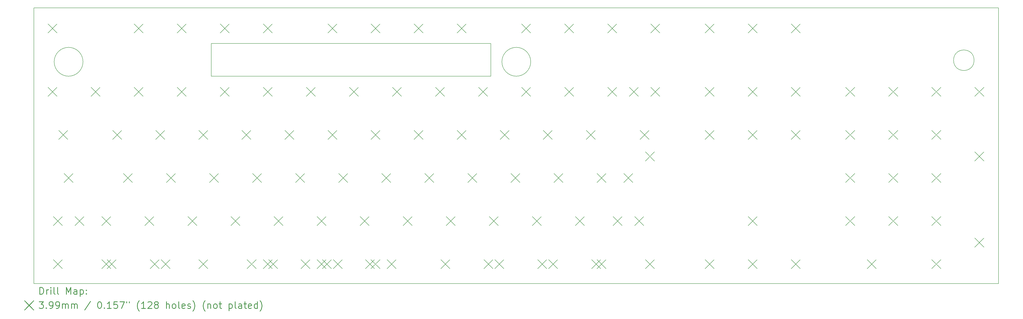
<source format=gbr>
%FSLAX45Y45*%
G04 Gerber Fmt 4.5, Leading zero omitted, Abs format (unit mm)*
G04 Created by KiCad (PCBNEW 4.0.5+dfsg1-4) date Wed Feb  7 06:21:56 2018*
%MOMM*%
%LPD*%
G01*
G04 APERTURE LIST*
%ADD10C,0.127000*%
%ADD11C,0.200000*%
%ADD12C,0.150000*%
%ADD13C,0.300000*%
G04 APERTURE END LIST*
D10*
D11*
X21930000Y-3100000D02*
X9560000Y-3100000D01*
X9560000Y-4550000D02*
X9560000Y-3100000D01*
X21930000Y-4550000D02*
X9560000Y-4550000D01*
X21930000Y-3100000D02*
X21930000Y-4550000D01*
X3887809Y-3910000D02*
G75*
G03X3887809Y-3910000I-637809J0D01*
G01*
X23697809Y-3910000D02*
G75*
G03X23697809Y-3910000I-637809J0D01*
G01*
X43313431Y-3842500D02*
G75*
G03X43313431Y-3842500I-453431J0D01*
G01*
D12*
X1714500Y-13716000D02*
X1714500Y-1524000D01*
X44395000Y-13716000D02*
X1714500Y-13716000D01*
X44395000Y-1524000D02*
X44395000Y-13716000D01*
X1714500Y-1524000D02*
X44395000Y-1524000D01*
D11*
X2340610Y-2240610D02*
X2739390Y-2639390D01*
X2739390Y-2240610D02*
X2340610Y-2639390D01*
X2340610Y-5039360D02*
X2739390Y-5438140D01*
X2739390Y-5039360D02*
X2340610Y-5438140D01*
X2577150Y-10754410D02*
X2975930Y-11153190D01*
X2975930Y-10754410D02*
X2577150Y-11153190D01*
X2578890Y-12659410D02*
X2977670Y-13058190D01*
X2977670Y-12659410D02*
X2578890Y-13058190D01*
X2816860Y-6944360D02*
X3215640Y-7343140D01*
X3215640Y-6944360D02*
X2816860Y-7343140D01*
X3055080Y-8849360D02*
X3453860Y-9248140D01*
X3453860Y-8849360D02*
X3055080Y-9248140D01*
X3531390Y-10754410D02*
X3930170Y-11153190D01*
X3930170Y-10754410D02*
X3531390Y-11153190D01*
X4245610Y-5039360D02*
X4644390Y-5438140D01*
X4644390Y-5039360D02*
X4245610Y-5438140D01*
X4720270Y-10754410D02*
X5119050Y-11153190D01*
X5119050Y-10754410D02*
X4720270Y-11153190D01*
X4721860Y-12659410D02*
X5120640Y-13058190D01*
X5120640Y-12659410D02*
X4721860Y-13058190D01*
X4959990Y-12659410D02*
X5358770Y-13058190D01*
X5358770Y-12659410D02*
X4959990Y-13058190D01*
X5198110Y-6944360D02*
X5596890Y-7343140D01*
X5596890Y-6944360D02*
X5198110Y-7343140D01*
X5674360Y-8849360D02*
X6073140Y-9248140D01*
X6073140Y-8849360D02*
X5674360Y-9248140D01*
X6150610Y-2240610D02*
X6549390Y-2639390D01*
X6549390Y-2240610D02*
X6150610Y-2639390D01*
X6150610Y-5039360D02*
X6549390Y-5438140D01*
X6549390Y-5039360D02*
X6150610Y-5438140D01*
X6626860Y-10754410D02*
X7025640Y-11153190D01*
X7025640Y-10754410D02*
X6626860Y-11153190D01*
X6864990Y-12659410D02*
X7263770Y-13058190D01*
X7263770Y-12659410D02*
X6864990Y-13058190D01*
X7103110Y-6944360D02*
X7501890Y-7343140D01*
X7501890Y-6944360D02*
X7103110Y-7343140D01*
X7341230Y-12659410D02*
X7740010Y-13058190D01*
X7740010Y-12659410D02*
X7341230Y-13058190D01*
X7579360Y-8849360D02*
X7978140Y-9248140D01*
X7978140Y-8849360D02*
X7579360Y-9248140D01*
X8055610Y-2240610D02*
X8454390Y-2639390D01*
X8454390Y-2240610D02*
X8055610Y-2639390D01*
X8055610Y-5039360D02*
X8454390Y-5438140D01*
X8454390Y-5039360D02*
X8055610Y-5438140D01*
X8531860Y-10754410D02*
X8930640Y-11153190D01*
X8930640Y-10754410D02*
X8531860Y-11153190D01*
X9008110Y-6944360D02*
X9406890Y-7343140D01*
X9406890Y-6944360D02*
X9008110Y-7343140D01*
X9008110Y-12659410D02*
X9406890Y-13058190D01*
X9406890Y-12659410D02*
X9008110Y-13058190D01*
X9484360Y-8849360D02*
X9883140Y-9248140D01*
X9883140Y-8849360D02*
X9484360Y-9248140D01*
X9960610Y-2240610D02*
X10359390Y-2639390D01*
X10359390Y-2240610D02*
X9960610Y-2639390D01*
X9960610Y-5039360D02*
X10359390Y-5438140D01*
X10359390Y-5039360D02*
X9960610Y-5438140D01*
X10436810Y-10754410D02*
X10835590Y-11153190D01*
X10835590Y-10754410D02*
X10436810Y-11153190D01*
X10913110Y-6944360D02*
X11311890Y-7343140D01*
X11311890Y-6944360D02*
X10913110Y-7343140D01*
X11149310Y-12659410D02*
X11548090Y-13058190D01*
X11548090Y-12659410D02*
X11149310Y-13058190D01*
X11389410Y-8849360D02*
X11788190Y-9248140D01*
X11788190Y-8849360D02*
X11389410Y-9248140D01*
X11865610Y-2240610D02*
X12264390Y-2639390D01*
X12264390Y-2240610D02*
X11865610Y-2639390D01*
X11865610Y-5039360D02*
X12264390Y-5438140D01*
X12264390Y-5039360D02*
X11865610Y-5438140D01*
X11865610Y-12659410D02*
X12264390Y-13058190D01*
X12264390Y-12659410D02*
X11865610Y-13058190D01*
X12102110Y-12659410D02*
X12500890Y-13058190D01*
X12500890Y-12659410D02*
X12102110Y-13058190D01*
X12341810Y-10754410D02*
X12740590Y-11153190D01*
X12740590Y-10754410D02*
X12341810Y-11153190D01*
X12818110Y-6944360D02*
X13216890Y-7343140D01*
X13216890Y-6944360D02*
X12818110Y-7343140D01*
X13294410Y-8849360D02*
X13693190Y-9248140D01*
X13693190Y-8849360D02*
X13294410Y-9248140D01*
X13529310Y-12659410D02*
X13928090Y-13058190D01*
X13928090Y-12659410D02*
X13529310Y-13058190D01*
X13770610Y-5039360D02*
X14169390Y-5438140D01*
X14169390Y-5039360D02*
X13770610Y-5438140D01*
X14246810Y-10754410D02*
X14645590Y-11153190D01*
X14645590Y-10754410D02*
X14246810Y-11153190D01*
X14246810Y-12659410D02*
X14645590Y-13058190D01*
X14645590Y-12659410D02*
X14246810Y-13058190D01*
X14485010Y-12659410D02*
X14883790Y-13058190D01*
X14883790Y-12659410D02*
X14485010Y-13058190D01*
X14723110Y-2240610D02*
X15121890Y-2639390D01*
X15121890Y-2240610D02*
X14723110Y-2639390D01*
X14723110Y-6944360D02*
X15121890Y-7343140D01*
X15121890Y-6944360D02*
X14723110Y-7343140D01*
X14961210Y-12659410D02*
X15359990Y-13058190D01*
X15359990Y-12659410D02*
X14961210Y-13058190D01*
X15199410Y-8849360D02*
X15598190Y-9248140D01*
X15598190Y-8849360D02*
X15199410Y-9248140D01*
X15675610Y-5039360D02*
X16074390Y-5438140D01*
X16074390Y-5039360D02*
X15675610Y-5438140D01*
X16151810Y-10754410D02*
X16550590Y-11153190D01*
X16550590Y-10754410D02*
X16151810Y-11153190D01*
X16390010Y-12659410D02*
X16788790Y-13058190D01*
X16788790Y-12659410D02*
X16390010Y-13058190D01*
X16627810Y-12659410D02*
X17026590Y-13058190D01*
X17026590Y-12659410D02*
X16627810Y-13058190D01*
X16628110Y-2240610D02*
X17026890Y-2639390D01*
X17026890Y-2240610D02*
X16628110Y-2639390D01*
X16628110Y-6944360D02*
X17026890Y-7343140D01*
X17026890Y-6944360D02*
X16628110Y-7343140D01*
X17104410Y-8849360D02*
X17503190Y-9248140D01*
X17503190Y-8849360D02*
X17104410Y-9248140D01*
X17343110Y-12659410D02*
X17741890Y-13058190D01*
X17741890Y-12659410D02*
X17343110Y-13058190D01*
X17580610Y-5039360D02*
X17979390Y-5438140D01*
X17979390Y-5039360D02*
X17580610Y-5438140D01*
X18056810Y-10754410D02*
X18455590Y-11153190D01*
X18455590Y-10754410D02*
X18056810Y-11153190D01*
X18533110Y-2240610D02*
X18931890Y-2639390D01*
X18931890Y-2240610D02*
X18533110Y-2639390D01*
X18533110Y-6944360D02*
X18931890Y-7343140D01*
X18931890Y-6944360D02*
X18533110Y-7343140D01*
X19009410Y-8849360D02*
X19408190Y-9248140D01*
X19408190Y-8849360D02*
X19009410Y-9248140D01*
X19485610Y-5039360D02*
X19884390Y-5438140D01*
X19884390Y-5039360D02*
X19485610Y-5438140D01*
X19723510Y-12659410D02*
X20122290Y-13058190D01*
X20122290Y-12659410D02*
X19723510Y-13058190D01*
X19961810Y-10754410D02*
X20360590Y-11153190D01*
X20360590Y-10754410D02*
X19961810Y-11153190D01*
X20438110Y-2240610D02*
X20836890Y-2639390D01*
X20836890Y-2240610D02*
X20438110Y-2639390D01*
X20438110Y-6944360D02*
X20836890Y-7343140D01*
X20836890Y-6944360D02*
X20438110Y-7343140D01*
X20914410Y-8849360D02*
X21313190Y-9248140D01*
X21313190Y-8849360D02*
X20914410Y-9248140D01*
X21390610Y-5039360D02*
X21789390Y-5438140D01*
X21789390Y-5039360D02*
X21390610Y-5438140D01*
X21628710Y-12659410D02*
X22027490Y-13058190D01*
X22027490Y-12659410D02*
X21628710Y-13058190D01*
X21866810Y-10754410D02*
X22265590Y-11153190D01*
X22265590Y-10754410D02*
X21866810Y-11153190D01*
X22106210Y-12659410D02*
X22504990Y-13058190D01*
X22504990Y-12659410D02*
X22106210Y-13058190D01*
X22343110Y-6944360D02*
X22741890Y-7343140D01*
X22741890Y-6944360D02*
X22343110Y-7343140D01*
X22819410Y-8849360D02*
X23218190Y-9248140D01*
X23218190Y-8849360D02*
X22819410Y-9248140D01*
X23295610Y-2240610D02*
X23694390Y-2639390D01*
X23694390Y-2240610D02*
X23295610Y-2639390D01*
X23295610Y-5039360D02*
X23694390Y-5438140D01*
X23694390Y-5039360D02*
X23295610Y-5438140D01*
X23771810Y-10754410D02*
X24170590Y-11153190D01*
X24170590Y-10754410D02*
X23771810Y-11153190D01*
X24010010Y-12659410D02*
X24408790Y-13058190D01*
X24408790Y-12659410D02*
X24010010Y-13058190D01*
X24248110Y-6944360D02*
X24646890Y-7343140D01*
X24646890Y-6944360D02*
X24248110Y-7343140D01*
X24486210Y-12659410D02*
X24884990Y-13058190D01*
X24884990Y-12659410D02*
X24486210Y-13058190D01*
X24724410Y-8849360D02*
X25123190Y-9248140D01*
X25123190Y-8849360D02*
X24724410Y-9248140D01*
X25200610Y-2240610D02*
X25599390Y-2639390D01*
X25599390Y-2240610D02*
X25200610Y-2639390D01*
X25200610Y-5039360D02*
X25599390Y-5438140D01*
X25599390Y-5039360D02*
X25200610Y-5438140D01*
X25676810Y-10754410D02*
X26075590Y-11153190D01*
X26075590Y-10754410D02*
X25676810Y-11153190D01*
X26153110Y-6944360D02*
X26551890Y-7343140D01*
X26551890Y-6944360D02*
X26153110Y-7343140D01*
X26391210Y-12659410D02*
X26789990Y-13058190D01*
X26789990Y-12659410D02*
X26391210Y-13058190D01*
X26629410Y-8849360D02*
X27028190Y-9248140D01*
X27028190Y-8849360D02*
X26629410Y-9248140D01*
X26629410Y-12659410D02*
X27028190Y-13058190D01*
X27028190Y-12659410D02*
X26629410Y-13058190D01*
X27105610Y-2240610D02*
X27504390Y-2639390D01*
X27504390Y-2240610D02*
X27105610Y-2639390D01*
X27105610Y-5039360D02*
X27504390Y-5438140D01*
X27504390Y-5039360D02*
X27105610Y-5438140D01*
X27342110Y-10754410D02*
X27740890Y-11153190D01*
X27740890Y-10754410D02*
X27342110Y-11153190D01*
X27820110Y-8849360D02*
X28218890Y-9248140D01*
X28218890Y-8849360D02*
X27820110Y-9248140D01*
X28058110Y-5039360D02*
X28456890Y-5438140D01*
X28456890Y-5039360D02*
X28058110Y-5438140D01*
X28296210Y-10754410D02*
X28694990Y-11153190D01*
X28694990Y-10754410D02*
X28296210Y-11153190D01*
X28534410Y-6944360D02*
X28933190Y-7343140D01*
X28933190Y-6944360D02*
X28534410Y-7343140D01*
X28771510Y-12659410D02*
X29170290Y-13058190D01*
X29170290Y-12659410D02*
X28771510Y-13058190D01*
X28774110Y-7896860D02*
X29172890Y-8295640D01*
X29172890Y-7896860D02*
X28774110Y-8295640D01*
X29010610Y-2240610D02*
X29409390Y-2639390D01*
X29409390Y-2240610D02*
X29010610Y-2639390D01*
X29010610Y-5039360D02*
X29409390Y-5438140D01*
X29409390Y-5039360D02*
X29010610Y-5438140D01*
X31416810Y-2240610D02*
X31815590Y-2639390D01*
X31815590Y-2240610D02*
X31416810Y-2639390D01*
X31416810Y-5039360D02*
X31815590Y-5438140D01*
X31815590Y-5039360D02*
X31416810Y-5438140D01*
X31416810Y-6944360D02*
X31815590Y-7343140D01*
X31815590Y-6944360D02*
X31416810Y-7343140D01*
X31416810Y-12659410D02*
X31815590Y-13058190D01*
X31815590Y-12659410D02*
X31416810Y-13058190D01*
X33321810Y-2240610D02*
X33720590Y-2639390D01*
X33720590Y-2240610D02*
X33321810Y-2639390D01*
X33321810Y-5039360D02*
X33720590Y-5438140D01*
X33720590Y-5039360D02*
X33321810Y-5438140D01*
X33321810Y-6944360D02*
X33720590Y-7343140D01*
X33720590Y-6944360D02*
X33321810Y-7343140D01*
X33321810Y-10754410D02*
X33720590Y-11153190D01*
X33720590Y-10754410D02*
X33321810Y-11153190D01*
X33321810Y-12659410D02*
X33720590Y-13058190D01*
X33720590Y-12659410D02*
X33321810Y-13058190D01*
X35226810Y-2240610D02*
X35625590Y-2639390D01*
X35625590Y-2240610D02*
X35226810Y-2639390D01*
X35226810Y-5039360D02*
X35625590Y-5438140D01*
X35625590Y-5039360D02*
X35226810Y-5438140D01*
X35226810Y-6944360D02*
X35625590Y-7343140D01*
X35625590Y-6944360D02*
X35226810Y-7343140D01*
X35226810Y-12659410D02*
X35625590Y-13058190D01*
X35625590Y-12659410D02*
X35226810Y-13058190D01*
X37633110Y-5039360D02*
X38031890Y-5438140D01*
X38031890Y-5039360D02*
X37633110Y-5438140D01*
X37633110Y-6944360D02*
X38031890Y-7343140D01*
X38031890Y-6944360D02*
X37633110Y-7343140D01*
X37633110Y-8849360D02*
X38031890Y-9248140D01*
X38031890Y-8849360D02*
X37633110Y-9248140D01*
X37633110Y-10754410D02*
X38031890Y-11153190D01*
X38031890Y-10754410D02*
X37633110Y-11153190D01*
X38585610Y-12659410D02*
X38984390Y-13058190D01*
X38984390Y-12659410D02*
X38585610Y-13058190D01*
X39538110Y-5039360D02*
X39936890Y-5438140D01*
X39936890Y-5039360D02*
X39538110Y-5438140D01*
X39538110Y-6944360D02*
X39936890Y-7343140D01*
X39936890Y-6944360D02*
X39538110Y-7343140D01*
X39538110Y-8849360D02*
X39936890Y-9248140D01*
X39936890Y-8849360D02*
X39538110Y-9248140D01*
X39538110Y-10754410D02*
X39936890Y-11153190D01*
X39936890Y-10754410D02*
X39538110Y-11153190D01*
X41443110Y-5039360D02*
X41841890Y-5438140D01*
X41841890Y-5039360D02*
X41443110Y-5438140D01*
X41443110Y-6944360D02*
X41841890Y-7343140D01*
X41841890Y-6944360D02*
X41443110Y-7343140D01*
X41443110Y-8849360D02*
X41841890Y-9248140D01*
X41841890Y-8849360D02*
X41443110Y-9248140D01*
X41443110Y-10754410D02*
X41841890Y-11153190D01*
X41841890Y-10754410D02*
X41443110Y-11153190D01*
X41443110Y-12659410D02*
X41841890Y-13058190D01*
X41841890Y-12659410D02*
X41443110Y-13058190D01*
X43348110Y-5039360D02*
X43746890Y-5438140D01*
X43746890Y-5039360D02*
X43348110Y-5438140D01*
X43348110Y-7896860D02*
X43746890Y-8295640D01*
X43746890Y-7896860D02*
X43348110Y-8295640D01*
X43348110Y-11706810D02*
X43746890Y-12105590D01*
X43746890Y-11706810D02*
X43348110Y-12105590D01*
D13*
X1978428Y-14189214D02*
X1978428Y-13889214D01*
X2049857Y-13889214D01*
X2092714Y-13903500D01*
X2121286Y-13932071D01*
X2135571Y-13960643D01*
X2149857Y-14017786D01*
X2149857Y-14060643D01*
X2135571Y-14117786D01*
X2121286Y-14146357D01*
X2092714Y-14174929D01*
X2049857Y-14189214D01*
X1978428Y-14189214D01*
X2278429Y-14189214D02*
X2278429Y-13989214D01*
X2278429Y-14046357D02*
X2292714Y-14017786D01*
X2307000Y-14003500D01*
X2335571Y-13989214D01*
X2364143Y-13989214D01*
X2464143Y-14189214D02*
X2464143Y-13989214D01*
X2464143Y-13889214D02*
X2449857Y-13903500D01*
X2464143Y-13917786D01*
X2478429Y-13903500D01*
X2464143Y-13889214D01*
X2464143Y-13917786D01*
X2649857Y-14189214D02*
X2621286Y-14174929D01*
X2607000Y-14146357D01*
X2607000Y-13889214D01*
X2807000Y-14189214D02*
X2778429Y-14174929D01*
X2764143Y-14146357D01*
X2764143Y-13889214D01*
X3149857Y-14189214D02*
X3149857Y-13889214D01*
X3249857Y-14103500D01*
X3349857Y-13889214D01*
X3349857Y-14189214D01*
X3621286Y-14189214D02*
X3621286Y-14032071D01*
X3607000Y-14003500D01*
X3578428Y-13989214D01*
X3521286Y-13989214D01*
X3492714Y-14003500D01*
X3621286Y-14174929D02*
X3592714Y-14189214D01*
X3521286Y-14189214D01*
X3492714Y-14174929D01*
X3478428Y-14146357D01*
X3478428Y-14117786D01*
X3492714Y-14089214D01*
X3521286Y-14074929D01*
X3592714Y-14074929D01*
X3621286Y-14060643D01*
X3764143Y-13989214D02*
X3764143Y-14289214D01*
X3764143Y-14003500D02*
X3792714Y-13989214D01*
X3849857Y-13989214D01*
X3878428Y-14003500D01*
X3892714Y-14017786D01*
X3907000Y-14046357D01*
X3907000Y-14132071D01*
X3892714Y-14160643D01*
X3878428Y-14174929D01*
X3849857Y-14189214D01*
X3792714Y-14189214D01*
X3764143Y-14174929D01*
X4035571Y-14160643D02*
X4049857Y-14174929D01*
X4035571Y-14189214D01*
X4021286Y-14174929D01*
X4035571Y-14160643D01*
X4035571Y-14189214D01*
X4035571Y-14003500D02*
X4049857Y-14017786D01*
X4035571Y-14032071D01*
X4021286Y-14017786D01*
X4035571Y-14003500D01*
X4035571Y-14032071D01*
X1308220Y-14484110D02*
X1707000Y-14882890D01*
X1707000Y-14484110D02*
X1308220Y-14882890D01*
X1949857Y-14519214D02*
X2135571Y-14519214D01*
X2035571Y-14633500D01*
X2078428Y-14633500D01*
X2107000Y-14647786D01*
X2121286Y-14662071D01*
X2135571Y-14690643D01*
X2135571Y-14762071D01*
X2121286Y-14790643D01*
X2107000Y-14804929D01*
X2078428Y-14819214D01*
X1992714Y-14819214D01*
X1964143Y-14804929D01*
X1949857Y-14790643D01*
X2264143Y-14790643D02*
X2278429Y-14804929D01*
X2264143Y-14819214D01*
X2249857Y-14804929D01*
X2264143Y-14790643D01*
X2264143Y-14819214D01*
X2421286Y-14819214D02*
X2478428Y-14819214D01*
X2507000Y-14804929D01*
X2521286Y-14790643D01*
X2549857Y-14747786D01*
X2564143Y-14690643D01*
X2564143Y-14576357D01*
X2549857Y-14547786D01*
X2535571Y-14533500D01*
X2507000Y-14519214D01*
X2449857Y-14519214D01*
X2421286Y-14533500D01*
X2407000Y-14547786D01*
X2392714Y-14576357D01*
X2392714Y-14647786D01*
X2407000Y-14676357D01*
X2421286Y-14690643D01*
X2449857Y-14704929D01*
X2507000Y-14704929D01*
X2535571Y-14690643D01*
X2549857Y-14676357D01*
X2564143Y-14647786D01*
X2707000Y-14819214D02*
X2764143Y-14819214D01*
X2792714Y-14804929D01*
X2807000Y-14790643D01*
X2835571Y-14747786D01*
X2849857Y-14690643D01*
X2849857Y-14576357D01*
X2835571Y-14547786D01*
X2821286Y-14533500D01*
X2792714Y-14519214D01*
X2735571Y-14519214D01*
X2707000Y-14533500D01*
X2692714Y-14547786D01*
X2678429Y-14576357D01*
X2678429Y-14647786D01*
X2692714Y-14676357D01*
X2707000Y-14690643D01*
X2735571Y-14704929D01*
X2792714Y-14704929D01*
X2821286Y-14690643D01*
X2835571Y-14676357D01*
X2849857Y-14647786D01*
X2978428Y-14819214D02*
X2978428Y-14619214D01*
X2978428Y-14647786D02*
X2992714Y-14633500D01*
X3021286Y-14619214D01*
X3064143Y-14619214D01*
X3092714Y-14633500D01*
X3107000Y-14662071D01*
X3107000Y-14819214D01*
X3107000Y-14662071D02*
X3121286Y-14633500D01*
X3149857Y-14619214D01*
X3192714Y-14619214D01*
X3221286Y-14633500D01*
X3235571Y-14662071D01*
X3235571Y-14819214D01*
X3378428Y-14819214D02*
X3378428Y-14619214D01*
X3378428Y-14647786D02*
X3392714Y-14633500D01*
X3421286Y-14619214D01*
X3464143Y-14619214D01*
X3492714Y-14633500D01*
X3507000Y-14662071D01*
X3507000Y-14819214D01*
X3507000Y-14662071D02*
X3521286Y-14633500D01*
X3549857Y-14619214D01*
X3592714Y-14619214D01*
X3621286Y-14633500D01*
X3635571Y-14662071D01*
X3635571Y-14819214D01*
X4221286Y-14504929D02*
X3964143Y-14890643D01*
X4607000Y-14519214D02*
X4635571Y-14519214D01*
X4664143Y-14533500D01*
X4678428Y-14547786D01*
X4692714Y-14576357D01*
X4707000Y-14633500D01*
X4707000Y-14704929D01*
X4692714Y-14762071D01*
X4678428Y-14790643D01*
X4664143Y-14804929D01*
X4635571Y-14819214D01*
X4607000Y-14819214D01*
X4578428Y-14804929D01*
X4564143Y-14790643D01*
X4549857Y-14762071D01*
X4535571Y-14704929D01*
X4535571Y-14633500D01*
X4549857Y-14576357D01*
X4564143Y-14547786D01*
X4578428Y-14533500D01*
X4607000Y-14519214D01*
X4835571Y-14790643D02*
X4849857Y-14804929D01*
X4835571Y-14819214D01*
X4821286Y-14804929D01*
X4835571Y-14790643D01*
X4835571Y-14819214D01*
X5135571Y-14819214D02*
X4964143Y-14819214D01*
X5049857Y-14819214D02*
X5049857Y-14519214D01*
X5021286Y-14562071D01*
X4992714Y-14590643D01*
X4964143Y-14604929D01*
X5407000Y-14519214D02*
X5264143Y-14519214D01*
X5249857Y-14662071D01*
X5264143Y-14647786D01*
X5292714Y-14633500D01*
X5364143Y-14633500D01*
X5392714Y-14647786D01*
X5407000Y-14662071D01*
X5421286Y-14690643D01*
X5421286Y-14762071D01*
X5407000Y-14790643D01*
X5392714Y-14804929D01*
X5364143Y-14819214D01*
X5292714Y-14819214D01*
X5264143Y-14804929D01*
X5249857Y-14790643D01*
X5521286Y-14519214D02*
X5721285Y-14519214D01*
X5592714Y-14819214D01*
X5821286Y-14519214D02*
X5821286Y-14576357D01*
X5935571Y-14519214D02*
X5935571Y-14576357D01*
X6378428Y-14933500D02*
X6364143Y-14919214D01*
X6335571Y-14876357D01*
X6321285Y-14847786D01*
X6307000Y-14804929D01*
X6292714Y-14733500D01*
X6292714Y-14676357D01*
X6307000Y-14604929D01*
X6321285Y-14562071D01*
X6335571Y-14533500D01*
X6364143Y-14490643D01*
X6378428Y-14476357D01*
X6649857Y-14819214D02*
X6478428Y-14819214D01*
X6564143Y-14819214D02*
X6564143Y-14519214D01*
X6535571Y-14562071D01*
X6507000Y-14590643D01*
X6478428Y-14604929D01*
X6764143Y-14547786D02*
X6778428Y-14533500D01*
X6807000Y-14519214D01*
X6878428Y-14519214D01*
X6907000Y-14533500D01*
X6921285Y-14547786D01*
X6935571Y-14576357D01*
X6935571Y-14604929D01*
X6921285Y-14647786D01*
X6749857Y-14819214D01*
X6935571Y-14819214D01*
X7107000Y-14647786D02*
X7078428Y-14633500D01*
X7064143Y-14619214D01*
X7049857Y-14590643D01*
X7049857Y-14576357D01*
X7064143Y-14547786D01*
X7078428Y-14533500D01*
X7107000Y-14519214D01*
X7164143Y-14519214D01*
X7192714Y-14533500D01*
X7207000Y-14547786D01*
X7221285Y-14576357D01*
X7221285Y-14590643D01*
X7207000Y-14619214D01*
X7192714Y-14633500D01*
X7164143Y-14647786D01*
X7107000Y-14647786D01*
X7078428Y-14662071D01*
X7064143Y-14676357D01*
X7049857Y-14704929D01*
X7049857Y-14762071D01*
X7064143Y-14790643D01*
X7078428Y-14804929D01*
X7107000Y-14819214D01*
X7164143Y-14819214D01*
X7192714Y-14804929D01*
X7207000Y-14790643D01*
X7221285Y-14762071D01*
X7221285Y-14704929D01*
X7207000Y-14676357D01*
X7192714Y-14662071D01*
X7164143Y-14647786D01*
X7578428Y-14819214D02*
X7578428Y-14519214D01*
X7707000Y-14819214D02*
X7707000Y-14662071D01*
X7692714Y-14633500D01*
X7664143Y-14619214D01*
X7621285Y-14619214D01*
X7592714Y-14633500D01*
X7578428Y-14647786D01*
X7892714Y-14819214D02*
X7864143Y-14804929D01*
X7849857Y-14790643D01*
X7835571Y-14762071D01*
X7835571Y-14676357D01*
X7849857Y-14647786D01*
X7864143Y-14633500D01*
X7892714Y-14619214D01*
X7935571Y-14619214D01*
X7964143Y-14633500D01*
X7978428Y-14647786D01*
X7992714Y-14676357D01*
X7992714Y-14762071D01*
X7978428Y-14790643D01*
X7964143Y-14804929D01*
X7935571Y-14819214D01*
X7892714Y-14819214D01*
X8164143Y-14819214D02*
X8135571Y-14804929D01*
X8121286Y-14776357D01*
X8121286Y-14519214D01*
X8392714Y-14804929D02*
X8364143Y-14819214D01*
X8307000Y-14819214D01*
X8278428Y-14804929D01*
X8264143Y-14776357D01*
X8264143Y-14662071D01*
X8278428Y-14633500D01*
X8307000Y-14619214D01*
X8364143Y-14619214D01*
X8392714Y-14633500D01*
X8407000Y-14662071D01*
X8407000Y-14690643D01*
X8264143Y-14719214D01*
X8521286Y-14804929D02*
X8549857Y-14819214D01*
X8607000Y-14819214D01*
X8635571Y-14804929D01*
X8649857Y-14776357D01*
X8649857Y-14762071D01*
X8635571Y-14733500D01*
X8607000Y-14719214D01*
X8564143Y-14719214D01*
X8535571Y-14704929D01*
X8521286Y-14676357D01*
X8521286Y-14662071D01*
X8535571Y-14633500D01*
X8564143Y-14619214D01*
X8607000Y-14619214D01*
X8635571Y-14633500D01*
X8749857Y-14933500D02*
X8764143Y-14919214D01*
X8792714Y-14876357D01*
X8807000Y-14847786D01*
X8821286Y-14804929D01*
X8835571Y-14733500D01*
X8835571Y-14676357D01*
X8821286Y-14604929D01*
X8807000Y-14562071D01*
X8792714Y-14533500D01*
X8764143Y-14490643D01*
X8749857Y-14476357D01*
X9292714Y-14933500D02*
X9278428Y-14919214D01*
X9249857Y-14876357D01*
X9235571Y-14847786D01*
X9221286Y-14804929D01*
X9207000Y-14733500D01*
X9207000Y-14676357D01*
X9221286Y-14604929D01*
X9235571Y-14562071D01*
X9249857Y-14533500D01*
X9278428Y-14490643D01*
X9292714Y-14476357D01*
X9407000Y-14619214D02*
X9407000Y-14819214D01*
X9407000Y-14647786D02*
X9421286Y-14633500D01*
X9449857Y-14619214D01*
X9492714Y-14619214D01*
X9521286Y-14633500D01*
X9535571Y-14662071D01*
X9535571Y-14819214D01*
X9721286Y-14819214D02*
X9692714Y-14804929D01*
X9678429Y-14790643D01*
X9664143Y-14762071D01*
X9664143Y-14676357D01*
X9678429Y-14647786D01*
X9692714Y-14633500D01*
X9721286Y-14619214D01*
X9764143Y-14619214D01*
X9792714Y-14633500D01*
X9807000Y-14647786D01*
X9821286Y-14676357D01*
X9821286Y-14762071D01*
X9807000Y-14790643D01*
X9792714Y-14804929D01*
X9764143Y-14819214D01*
X9721286Y-14819214D01*
X9907000Y-14619214D02*
X10021286Y-14619214D01*
X9949857Y-14519214D02*
X9949857Y-14776357D01*
X9964143Y-14804929D01*
X9992714Y-14819214D01*
X10021286Y-14819214D01*
X10349857Y-14619214D02*
X10349857Y-14919214D01*
X10349857Y-14633500D02*
X10378429Y-14619214D01*
X10435571Y-14619214D01*
X10464143Y-14633500D01*
X10478429Y-14647786D01*
X10492714Y-14676357D01*
X10492714Y-14762071D01*
X10478429Y-14790643D01*
X10464143Y-14804929D01*
X10435571Y-14819214D01*
X10378429Y-14819214D01*
X10349857Y-14804929D01*
X10664143Y-14819214D02*
X10635571Y-14804929D01*
X10621286Y-14776357D01*
X10621286Y-14519214D01*
X10907000Y-14819214D02*
X10907000Y-14662071D01*
X10892714Y-14633500D01*
X10864143Y-14619214D01*
X10807000Y-14619214D01*
X10778429Y-14633500D01*
X10907000Y-14804929D02*
X10878429Y-14819214D01*
X10807000Y-14819214D01*
X10778429Y-14804929D01*
X10764143Y-14776357D01*
X10764143Y-14747786D01*
X10778429Y-14719214D01*
X10807000Y-14704929D01*
X10878429Y-14704929D01*
X10907000Y-14690643D01*
X11007000Y-14619214D02*
X11121286Y-14619214D01*
X11049857Y-14519214D02*
X11049857Y-14776357D01*
X11064143Y-14804929D01*
X11092714Y-14819214D01*
X11121286Y-14819214D01*
X11335571Y-14804929D02*
X11307000Y-14819214D01*
X11249857Y-14819214D01*
X11221286Y-14804929D01*
X11207000Y-14776357D01*
X11207000Y-14662071D01*
X11221286Y-14633500D01*
X11249857Y-14619214D01*
X11307000Y-14619214D01*
X11335571Y-14633500D01*
X11349857Y-14662071D01*
X11349857Y-14690643D01*
X11207000Y-14719214D01*
X11607000Y-14819214D02*
X11607000Y-14519214D01*
X11607000Y-14804929D02*
X11578429Y-14819214D01*
X11521286Y-14819214D01*
X11492714Y-14804929D01*
X11478429Y-14790643D01*
X11464143Y-14762071D01*
X11464143Y-14676357D01*
X11478429Y-14647786D01*
X11492714Y-14633500D01*
X11521286Y-14619214D01*
X11578429Y-14619214D01*
X11607000Y-14633500D01*
X11721286Y-14933500D02*
X11735572Y-14919214D01*
X11764143Y-14876357D01*
X11778429Y-14847786D01*
X11792714Y-14804929D01*
X11807000Y-14733500D01*
X11807000Y-14676357D01*
X11792714Y-14604929D01*
X11778429Y-14562071D01*
X11764143Y-14533500D01*
X11735572Y-14490643D01*
X11721286Y-14476357D01*
M02*

</source>
